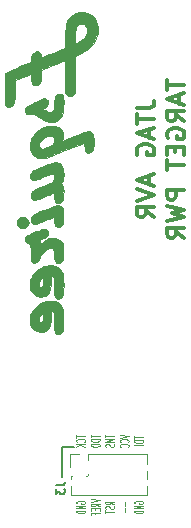
<source format=gbr>
G04 #@! TF.GenerationSoftware,KiCad,Pcbnew,(5.0.0)*
G04 #@! TF.CreationDate,2020-03-15T13:45:47-04:00*
G04 #@! TF.ProjectId,JTAG_TARGET_PWR,4A5441475F5441524745545F5057522E,rev?*
G04 #@! TF.SameCoordinates,Original*
G04 #@! TF.FileFunction,Legend,Bot*
G04 #@! TF.FilePolarity,Positive*
%FSLAX46Y46*%
G04 Gerber Fmt 4.6, Leading zero omitted, Abs format (unit mm)*
G04 Created by KiCad (PCBNEW (5.0.0)) date 03/15/20 13:45:47*
%MOMM*%
%LPD*%
G01*
G04 APERTURE LIST*
%ADD10C,0.100000*%
%ADD11C,0.200000*%
%ADD12C,0.300000*%
%ADD13C,0.120000*%
%ADD14C,0.010000*%
%ADD15C,0.150000*%
G04 APERTURE END LIST*
D10*
X149686556Y-132605240D02*
X149650841Y-132567144D01*
X149650841Y-132510002D01*
X149686556Y-132452859D01*
X149757984Y-132414763D01*
X149829413Y-132395716D01*
X149972270Y-132376668D01*
X150079413Y-132376668D01*
X150222270Y-132395716D01*
X150293698Y-132414763D01*
X150365127Y-132452859D01*
X150400841Y-132510002D01*
X150400841Y-132548097D01*
X150365127Y-132605240D01*
X150329413Y-132624287D01*
X150079413Y-132624287D01*
X150079413Y-132548097D01*
X150400841Y-132795716D02*
X149650841Y-132795716D01*
X150400841Y-133024287D01*
X149650841Y-133024287D01*
X150400841Y-133214763D02*
X149650841Y-133214763D01*
X149650841Y-133310002D01*
X149686556Y-133367144D01*
X149757984Y-133405240D01*
X149829413Y-133424287D01*
X149972270Y-133443335D01*
X150079413Y-133443335D01*
X150222270Y-133424287D01*
X150293698Y-133405240D01*
X150365127Y-133367144D01*
X150400841Y-133310002D01*
X150400841Y-133214763D01*
X150875841Y-132224287D02*
X151625841Y-132357621D01*
X150875841Y-132490954D01*
X151625841Y-132852859D02*
X151268698Y-132719525D01*
X151625841Y-132624287D02*
X150875841Y-132624287D01*
X150875841Y-132776668D01*
X150911556Y-132814763D01*
X150947270Y-132833811D01*
X151018698Y-132852859D01*
X151125841Y-132852859D01*
X151197270Y-132833811D01*
X151232984Y-132814763D01*
X151268698Y-132776668D01*
X151268698Y-132624287D01*
X151232984Y-133024287D02*
X151232984Y-133157621D01*
X151625841Y-133214763D02*
X151625841Y-133024287D01*
X150875841Y-133024287D01*
X150875841Y-133214763D01*
X151232984Y-133519525D02*
X151232984Y-133386192D01*
X151625841Y-133386192D02*
X150875841Y-133386192D01*
X150875841Y-133576668D01*
X152850841Y-132690954D02*
X152493698Y-132557621D01*
X152850841Y-132462382D02*
X152100841Y-132462382D01*
X152100841Y-132614763D01*
X152136556Y-132652859D01*
X152172270Y-132671906D01*
X152243698Y-132690954D01*
X152350841Y-132690954D01*
X152422270Y-132671906D01*
X152457984Y-132652859D01*
X152493698Y-132614763D01*
X152493698Y-132462382D01*
X152815127Y-132843335D02*
X152850841Y-132900478D01*
X152850841Y-132995716D01*
X152815127Y-133033811D01*
X152779413Y-133052859D01*
X152707984Y-133071906D01*
X152636556Y-133071906D01*
X152565127Y-133052859D01*
X152529413Y-133033811D01*
X152493698Y-132995716D01*
X152457984Y-132919525D01*
X152422270Y-132881430D01*
X152386556Y-132862382D01*
X152315127Y-132843335D01*
X152243698Y-132843335D01*
X152172270Y-132862382D01*
X152136556Y-132881430D01*
X152100841Y-132919525D01*
X152100841Y-133014763D01*
X152136556Y-133071906D01*
X152100841Y-133186192D02*
X152100841Y-133414763D01*
X152850841Y-133300478D02*
X152100841Y-133300478D01*
X153790127Y-132510002D02*
X153790127Y-132814763D01*
X153790127Y-133005240D02*
X153790127Y-133310002D01*
X154586556Y-132605240D02*
X154550841Y-132567144D01*
X154550841Y-132510002D01*
X154586556Y-132452859D01*
X154657984Y-132414763D01*
X154729413Y-132395716D01*
X154872270Y-132376668D01*
X154979413Y-132376668D01*
X155122270Y-132395716D01*
X155193698Y-132414763D01*
X155265127Y-132452859D01*
X155300841Y-132510002D01*
X155300841Y-132548097D01*
X155265127Y-132605240D01*
X155229413Y-132624287D01*
X154979413Y-132624287D01*
X154979413Y-132548097D01*
X155300841Y-132795716D02*
X154550841Y-132795716D01*
X155300841Y-133024287D01*
X154550841Y-133024287D01*
X155300841Y-133214763D02*
X154550841Y-133214763D01*
X154550841Y-133310002D01*
X154586556Y-133367144D01*
X154657984Y-133405240D01*
X154729413Y-133424287D01*
X154872270Y-133443335D01*
X154979413Y-133443335D01*
X155122270Y-133424287D01*
X155193698Y-133405240D01*
X155265127Y-133367144D01*
X155300841Y-133310002D01*
X155300841Y-133214763D01*
D11*
X148447556Y-127830002D02*
X149463556Y-127830002D01*
X148447556Y-130370002D02*
X148447556Y-127830002D01*
D10*
X149650841Y-126807716D02*
X149650841Y-127036287D01*
X150400841Y-126922002D02*
X149650841Y-126922002D01*
X150329413Y-127398192D02*
X150365127Y-127379144D01*
X150400841Y-127322002D01*
X150400841Y-127283906D01*
X150365127Y-127226763D01*
X150293698Y-127188668D01*
X150222270Y-127169621D01*
X150079413Y-127150573D01*
X149972270Y-127150573D01*
X149829413Y-127169621D01*
X149757984Y-127188668D01*
X149686556Y-127226763D01*
X149650841Y-127283906D01*
X149650841Y-127322002D01*
X149686556Y-127379144D01*
X149722270Y-127398192D01*
X150400841Y-127569621D02*
X149650841Y-127569621D01*
X150400841Y-127798192D02*
X149972270Y-127626763D01*
X149650841Y-127798192D02*
X150079413Y-127569621D01*
X150875841Y-126798192D02*
X150875841Y-127026763D01*
X151625841Y-126912478D02*
X150875841Y-126912478D01*
X151625841Y-127160097D02*
X150875841Y-127160097D01*
X150875841Y-127255335D01*
X150911556Y-127312478D01*
X150982984Y-127350573D01*
X151054413Y-127369621D01*
X151197270Y-127388668D01*
X151304413Y-127388668D01*
X151447270Y-127369621D01*
X151518698Y-127350573D01*
X151590127Y-127312478D01*
X151625841Y-127255335D01*
X151625841Y-127160097D01*
X150875841Y-127636287D02*
X150875841Y-127712478D01*
X150911556Y-127750573D01*
X150982984Y-127788668D01*
X151125841Y-127807716D01*
X151375841Y-127807716D01*
X151518698Y-127788668D01*
X151590127Y-127750573D01*
X151625841Y-127712478D01*
X151625841Y-127636287D01*
X151590127Y-127598192D01*
X151518698Y-127560097D01*
X151375841Y-127541049D01*
X151125841Y-127541049D01*
X150982984Y-127560097D01*
X150911556Y-127598192D01*
X150875841Y-127636287D01*
X152100841Y-126788668D02*
X152100841Y-127017240D01*
X152850841Y-126902954D02*
X152100841Y-126902954D01*
X152850841Y-127150573D02*
X152100841Y-127150573D01*
X152636556Y-127283906D01*
X152100841Y-127417240D01*
X152850841Y-127417240D01*
X152815127Y-127588668D02*
X152850841Y-127645811D01*
X152850841Y-127741049D01*
X152815127Y-127779144D01*
X152779413Y-127798192D01*
X152707984Y-127817240D01*
X152636556Y-127817240D01*
X152565127Y-127798192D01*
X152529413Y-127779144D01*
X152493698Y-127741049D01*
X152457984Y-127664859D01*
X152422270Y-127626763D01*
X152386556Y-127607716D01*
X152315127Y-127588668D01*
X152243698Y-127588668D01*
X152172270Y-127607716D01*
X152136556Y-127626763D01*
X152100841Y-127664859D01*
X152100841Y-127760097D01*
X152136556Y-127817240D01*
X153325841Y-126788668D02*
X154075841Y-126922002D01*
X153325841Y-127055335D01*
X154004413Y-127417240D02*
X154040127Y-127398192D01*
X154075841Y-127341049D01*
X154075841Y-127302954D01*
X154040127Y-127245811D01*
X153968698Y-127207716D01*
X153897270Y-127188668D01*
X153754413Y-127169621D01*
X153647270Y-127169621D01*
X153504413Y-127188668D01*
X153432984Y-127207716D01*
X153361556Y-127245811D01*
X153325841Y-127302954D01*
X153325841Y-127341049D01*
X153361556Y-127398192D01*
X153397270Y-127417240D01*
X154004413Y-127817240D02*
X154040127Y-127798192D01*
X154075841Y-127741049D01*
X154075841Y-127702954D01*
X154040127Y-127645811D01*
X153968698Y-127607716D01*
X153897270Y-127588668D01*
X153754413Y-127569621D01*
X153647270Y-127569621D01*
X153504413Y-127588668D01*
X153432984Y-127607716D01*
X153361556Y-127645811D01*
X153325841Y-127702954D01*
X153325841Y-127741049D01*
X153361556Y-127798192D01*
X153397270Y-127817240D01*
X154550841Y-126912478D02*
X154550841Y-127141049D01*
X155300841Y-127026763D02*
X154550841Y-127026763D01*
X155300841Y-127274382D02*
X154550841Y-127274382D01*
X154550841Y-127369621D01*
X154586556Y-127426763D01*
X154657984Y-127464859D01*
X154729413Y-127483906D01*
X154872270Y-127502954D01*
X154979413Y-127502954D01*
X155122270Y-127483906D01*
X155193698Y-127464859D01*
X155265127Y-127426763D01*
X155300841Y-127369621D01*
X155300841Y-127274382D01*
X155300841Y-127674382D02*
X154550841Y-127674382D01*
D12*
X154748571Y-99147857D02*
X155820000Y-99147857D01*
X156034285Y-99076428D01*
X156177142Y-98933571D01*
X156248571Y-98719285D01*
X156248571Y-98576428D01*
X154748571Y-99647857D02*
X154748571Y-100505000D01*
X156248571Y-100076428D02*
X154748571Y-100076428D01*
X155820000Y-100933571D02*
X155820000Y-101647857D01*
X156248571Y-100790714D02*
X154748571Y-101290714D01*
X156248571Y-101790714D01*
X154820000Y-103076428D02*
X154748571Y-102933571D01*
X154748571Y-102719285D01*
X154820000Y-102505000D01*
X154962857Y-102362142D01*
X155105714Y-102290714D01*
X155391428Y-102219285D01*
X155605714Y-102219285D01*
X155891428Y-102290714D01*
X156034285Y-102362142D01*
X156177142Y-102505000D01*
X156248571Y-102719285D01*
X156248571Y-102862142D01*
X156177142Y-103076428D01*
X156105714Y-103147857D01*
X155605714Y-103147857D01*
X155605714Y-102862142D01*
X155820000Y-104862142D02*
X155820000Y-105576428D01*
X156248571Y-104719285D02*
X154748571Y-105219285D01*
X156248571Y-105719285D01*
X154748571Y-106005000D02*
X156248571Y-106505000D01*
X154748571Y-107005000D01*
X156248571Y-108362142D02*
X155534285Y-107862142D01*
X156248571Y-107505000D02*
X154748571Y-107505000D01*
X154748571Y-108076428D01*
X154820000Y-108219285D01*
X154891428Y-108290714D01*
X155034285Y-108362142D01*
X155248571Y-108362142D01*
X155391428Y-108290714D01*
X155462857Y-108219285D01*
X155534285Y-108076428D01*
X155534285Y-107505000D01*
X157298571Y-96755000D02*
X157298571Y-97612142D01*
X158798571Y-97183571D02*
X157298571Y-97183571D01*
X158370000Y-98040714D02*
X158370000Y-98755000D01*
X158798571Y-97897857D02*
X157298571Y-98397857D01*
X158798571Y-98897857D01*
X158798571Y-100255000D02*
X158084285Y-99755000D01*
X158798571Y-99397857D02*
X157298571Y-99397857D01*
X157298571Y-99969285D01*
X157370000Y-100112142D01*
X157441428Y-100183571D01*
X157584285Y-100255000D01*
X157798571Y-100255000D01*
X157941428Y-100183571D01*
X158012857Y-100112142D01*
X158084285Y-99969285D01*
X158084285Y-99397857D01*
X157370000Y-101683571D02*
X157298571Y-101540714D01*
X157298571Y-101326428D01*
X157370000Y-101112142D01*
X157512857Y-100969285D01*
X157655714Y-100897857D01*
X157941428Y-100826428D01*
X158155714Y-100826428D01*
X158441428Y-100897857D01*
X158584285Y-100969285D01*
X158727142Y-101112142D01*
X158798571Y-101326428D01*
X158798571Y-101469285D01*
X158727142Y-101683571D01*
X158655714Y-101755000D01*
X158155714Y-101755000D01*
X158155714Y-101469285D01*
X158012857Y-102397857D02*
X158012857Y-102897857D01*
X158798571Y-103112142D02*
X158798571Y-102397857D01*
X157298571Y-102397857D01*
X157298571Y-103112142D01*
X157298571Y-103540714D02*
X157298571Y-104397857D01*
X158798571Y-103969285D02*
X157298571Y-103969285D01*
X158798571Y-106040714D02*
X157298571Y-106040714D01*
X157298571Y-106612142D01*
X157370000Y-106755000D01*
X157441428Y-106826428D01*
X157584285Y-106897857D01*
X157798571Y-106897857D01*
X157941428Y-106826428D01*
X158012857Y-106755000D01*
X158084285Y-106612142D01*
X158084285Y-106040714D01*
X157298571Y-107397857D02*
X158798571Y-107755000D01*
X157727142Y-108040714D01*
X158798571Y-108326428D01*
X157298571Y-108683571D01*
X158798571Y-110112142D02*
X158084285Y-109612142D01*
X158798571Y-109255000D02*
X157298571Y-109255000D01*
X157298571Y-109826428D01*
X157370000Y-109969285D01*
X157441428Y-110040714D01*
X157584285Y-110112142D01*
X157798571Y-110112142D01*
X157941428Y-110040714D01*
X158012857Y-109969285D01*
X158084285Y-109826428D01*
X158084285Y-109255000D01*
D13*
G04 #@! TO.C,J3*
X149100000Y-128410000D02*
X149100000Y-129540000D01*
X149860000Y-128410000D02*
X149100000Y-128410000D01*
X149165000Y-131117530D02*
X149165000Y-131940000D01*
X149165000Y-130300000D02*
X149165000Y-130502470D01*
X149296529Y-130300000D02*
X149165000Y-130300000D01*
X150566529Y-130300000D02*
X150423471Y-130300000D01*
X150620000Y-130103471D02*
X150620000Y-130246529D01*
X150620000Y-128410000D02*
X150620000Y-128976529D01*
X149165000Y-131940000D02*
X155635000Y-131940000D01*
X150620000Y-128410000D02*
X155635000Y-128410000D01*
X155635000Y-129847530D02*
X155635000Y-130502470D01*
X155635000Y-131117530D02*
X155635000Y-131940000D01*
X155635000Y-128410000D02*
X155635000Y-129232470D01*
D14*
G04 #@! TO.C,G\002A\002A\002A*
G36*
X144617605Y-109000496D02*
X144667097Y-109101306D01*
X144779086Y-109220321D01*
X144914740Y-109295306D01*
X145063036Y-109325597D01*
X145212949Y-109310528D01*
X145353458Y-109249434D01*
X145466998Y-109149581D01*
X145526696Y-109056247D01*
X145572828Y-108943927D01*
X145595329Y-108839085D01*
X145595861Y-108810777D01*
X145586256Y-108752731D01*
X145570549Y-108692000D01*
X145503280Y-108558483D01*
X145395966Y-108446967D01*
X145262863Y-108368113D01*
X145118232Y-108332585D01*
X145088589Y-108331619D01*
X144939264Y-108358844D01*
X144800019Y-108431975D01*
X144688932Y-108541045D01*
X144676503Y-108558846D01*
X144612884Y-108699606D01*
X144593154Y-108852411D01*
X144617605Y-109000496D01*
X144617605Y-109000496D01*
G37*
X144617605Y-109000496D02*
X144667097Y-109101306D01*
X144779086Y-109220321D01*
X144914740Y-109295306D01*
X145063036Y-109325597D01*
X145212949Y-109310528D01*
X145353458Y-109249434D01*
X145466998Y-109149581D01*
X145526696Y-109056247D01*
X145572828Y-108943927D01*
X145595329Y-108839085D01*
X145595861Y-108810777D01*
X145586256Y-108752731D01*
X145570549Y-108692000D01*
X145503280Y-108558483D01*
X145395966Y-108446967D01*
X145262863Y-108368113D01*
X145118232Y-108332585D01*
X145088589Y-108331619D01*
X144939264Y-108358844D01*
X144800019Y-108431975D01*
X144688932Y-108541045D01*
X144676503Y-108558846D01*
X144612884Y-108699606D01*
X144593154Y-108852411D01*
X144617605Y-109000496D01*
G36*
X145719236Y-117176321D02*
X145761004Y-117427000D01*
X145843463Y-117642433D01*
X145963884Y-117819889D01*
X146119540Y-117956639D01*
X146307704Y-118049951D01*
X146525648Y-118097097D01*
X146644432Y-118102508D01*
X146859863Y-118075793D01*
X147049486Y-118000150D01*
X147209260Y-117878073D01*
X147335145Y-117712053D01*
X147363136Y-117659331D01*
X147410967Y-117529897D01*
X147446930Y-117359450D01*
X147471508Y-117144109D01*
X147485183Y-116879996D01*
X147488568Y-116649500D01*
X147489560Y-116508013D01*
X147492781Y-116413572D01*
X147499763Y-116356783D01*
X147512038Y-116328253D01*
X147531138Y-116318587D01*
X147542651Y-116317889D01*
X147620065Y-116343878D01*
X147690311Y-116413471D01*
X147740156Y-116512600D01*
X147750976Y-116575849D01*
X147759765Y-116690135D01*
X147766299Y-116850083D01*
X147770356Y-117050314D01*
X147771713Y-117274600D01*
X147772979Y-117471706D01*
X147776449Y-117654326D01*
X147781769Y-117813149D01*
X147788586Y-117938866D01*
X147796548Y-118022168D01*
X147800907Y-118045216D01*
X147855200Y-118161445D01*
X147942220Y-118232597D01*
X148064202Y-118260112D01*
X148132013Y-118258567D01*
X148241790Y-118240730D01*
X148322527Y-118202003D01*
X148368322Y-118164070D01*
X148420516Y-118111907D01*
X148461323Y-118060114D01*
X148492223Y-118001055D01*
X148514697Y-117927092D01*
X148530225Y-117830588D01*
X148540286Y-117703904D01*
X148546362Y-117539404D01*
X148549931Y-117329450D01*
X148551087Y-117221000D01*
X148551796Y-117019664D01*
X148550219Y-116825072D01*
X148546617Y-116648404D01*
X148541254Y-116500838D01*
X148534392Y-116393553D01*
X148530926Y-116361699D01*
X148473404Y-116112293D01*
X148374816Y-115900497D01*
X148237306Y-115727600D01*
X148063015Y-115594895D01*
X147854085Y-115503671D01*
X147612659Y-115455218D01*
X147340880Y-115450828D01*
X147075538Y-115484962D01*
X146828239Y-115550148D01*
X146812000Y-115557434D01*
X146812000Y-116481679D01*
X146811584Y-116801950D01*
X146807843Y-116967705D01*
X146797586Y-117095765D01*
X146781552Y-117178079D01*
X146775662Y-117192777D01*
X146717468Y-117256103D01*
X146639288Y-117275547D01*
X146557254Y-117250603D01*
X146502045Y-117201378D01*
X146454398Y-117098419D01*
X146448290Y-116974568D01*
X146479649Y-116842187D01*
X146544405Y-116713639D01*
X146638489Y-116601286D01*
X146720278Y-116538486D01*
X146812000Y-116481679D01*
X146812000Y-115557434D01*
X146605099Y-115650273D01*
X146393874Y-115792120D01*
X146188268Y-115976510D01*
X145992337Y-116200062D01*
X145850247Y-116427916D01*
X145759439Y-116666617D01*
X145717353Y-116922711D01*
X145719236Y-117176321D01*
X145719236Y-117176321D01*
G37*
X145719236Y-117176321D02*
X145761004Y-117427000D01*
X145843463Y-117642433D01*
X145963884Y-117819889D01*
X146119540Y-117956639D01*
X146307704Y-118049951D01*
X146525648Y-118097097D01*
X146644432Y-118102508D01*
X146859863Y-118075793D01*
X147049486Y-118000150D01*
X147209260Y-117878073D01*
X147335145Y-117712053D01*
X147363136Y-117659331D01*
X147410967Y-117529897D01*
X147446930Y-117359450D01*
X147471508Y-117144109D01*
X147485183Y-116879996D01*
X147488568Y-116649500D01*
X147489560Y-116508013D01*
X147492781Y-116413572D01*
X147499763Y-116356783D01*
X147512038Y-116328253D01*
X147531138Y-116318587D01*
X147542651Y-116317889D01*
X147620065Y-116343878D01*
X147690311Y-116413471D01*
X147740156Y-116512600D01*
X147750976Y-116575849D01*
X147759765Y-116690135D01*
X147766299Y-116850083D01*
X147770356Y-117050314D01*
X147771713Y-117274600D01*
X147772979Y-117471706D01*
X147776449Y-117654326D01*
X147781769Y-117813149D01*
X147788586Y-117938866D01*
X147796548Y-118022168D01*
X147800907Y-118045216D01*
X147855200Y-118161445D01*
X147942220Y-118232597D01*
X148064202Y-118260112D01*
X148132013Y-118258567D01*
X148241790Y-118240730D01*
X148322527Y-118202003D01*
X148368322Y-118164070D01*
X148420516Y-118111907D01*
X148461323Y-118060114D01*
X148492223Y-118001055D01*
X148514697Y-117927092D01*
X148530225Y-117830588D01*
X148540286Y-117703904D01*
X148546362Y-117539404D01*
X148549931Y-117329450D01*
X148551087Y-117221000D01*
X148551796Y-117019664D01*
X148550219Y-116825072D01*
X148546617Y-116648404D01*
X148541254Y-116500838D01*
X148534392Y-116393553D01*
X148530926Y-116361699D01*
X148473404Y-116112293D01*
X148374816Y-115900497D01*
X148237306Y-115727600D01*
X148063015Y-115594895D01*
X147854085Y-115503671D01*
X147612659Y-115455218D01*
X147340880Y-115450828D01*
X147075538Y-115484962D01*
X146828239Y-115550148D01*
X146812000Y-115557434D01*
X146812000Y-116481679D01*
X146811584Y-116801950D01*
X146807843Y-116967705D01*
X146797586Y-117095765D01*
X146781552Y-117178079D01*
X146775662Y-117192777D01*
X146717468Y-117256103D01*
X146639288Y-117275547D01*
X146557254Y-117250603D01*
X146502045Y-117201378D01*
X146454398Y-117098419D01*
X146448290Y-116974568D01*
X146479649Y-116842187D01*
X146544405Y-116713639D01*
X146638489Y-116601286D01*
X146720278Y-116538486D01*
X146812000Y-116481679D01*
X146812000Y-115557434D01*
X146605099Y-115650273D01*
X146393874Y-115792120D01*
X146188268Y-115976510D01*
X145992337Y-116200062D01*
X145850247Y-116427916D01*
X145759439Y-116666617D01*
X145717353Y-116922711D01*
X145719236Y-117176321D01*
G36*
X145719236Y-114184765D02*
X145761004Y-114435444D01*
X145843463Y-114650877D01*
X145963884Y-114828334D01*
X146119540Y-114965083D01*
X146307704Y-115058396D01*
X146525648Y-115105542D01*
X146644432Y-115110952D01*
X146859863Y-115084237D01*
X147049486Y-115008595D01*
X147209260Y-114886518D01*
X147335145Y-114720497D01*
X147363136Y-114667775D01*
X147410967Y-114538342D01*
X147446930Y-114367894D01*
X147471508Y-114152554D01*
X147485183Y-113888440D01*
X147488568Y-113657944D01*
X147489560Y-113516457D01*
X147492781Y-113422016D01*
X147499763Y-113365227D01*
X147512038Y-113336697D01*
X147531138Y-113327031D01*
X147542651Y-113326333D01*
X147620065Y-113352323D01*
X147690311Y-113421915D01*
X147740156Y-113521044D01*
X147750976Y-113584293D01*
X147759765Y-113698580D01*
X147766299Y-113858527D01*
X147770356Y-114058758D01*
X147771713Y-114283044D01*
X147772979Y-114480151D01*
X147776449Y-114662770D01*
X147781769Y-114821593D01*
X147788586Y-114947310D01*
X147796548Y-115030612D01*
X147800907Y-115053660D01*
X147858911Y-115169580D01*
X147953542Y-115244630D01*
X148077867Y-115273509D01*
X148088596Y-115273666D01*
X148242497Y-115249375D01*
X148366979Y-115177548D01*
X148460451Y-115059755D01*
X148521326Y-114897567D01*
X148534199Y-114833297D01*
X148543747Y-114740922D01*
X148550750Y-114603918D01*
X148555244Y-114434041D01*
X148557263Y-114243047D01*
X148556844Y-114042692D01*
X148554022Y-113844732D01*
X148548831Y-113660924D01*
X148541307Y-113503024D01*
X148531486Y-113382788D01*
X148529809Y-113368666D01*
X148474659Y-113125107D01*
X148376665Y-112916285D01*
X148238861Y-112744058D01*
X148064282Y-112610283D01*
X147855962Y-112516819D01*
X147616935Y-112465522D01*
X147350237Y-112458250D01*
X147094222Y-112489901D01*
X146847340Y-112552556D01*
X146812000Y-112567573D01*
X146812000Y-113490123D01*
X146811584Y-113810395D01*
X146807843Y-113976149D01*
X146797586Y-114104209D01*
X146781552Y-114186524D01*
X146775662Y-114201222D01*
X146717468Y-114264547D01*
X146639288Y-114283992D01*
X146557254Y-114259048D01*
X146502045Y-114209822D01*
X146454398Y-114106864D01*
X146448290Y-113983013D01*
X146479649Y-113850632D01*
X146544405Y-113722083D01*
X146638489Y-113609730D01*
X146720278Y-113546930D01*
X146812000Y-113490123D01*
X146812000Y-112567573D01*
X146628943Y-112645364D01*
X146425083Y-112775949D01*
X146221811Y-112951933D01*
X146188268Y-112984954D01*
X145992337Y-113208507D01*
X145850247Y-113436360D01*
X145759439Y-113675061D01*
X145717353Y-113931156D01*
X145719236Y-114184765D01*
X145719236Y-114184765D01*
G37*
X145719236Y-114184765D02*
X145761004Y-114435444D01*
X145843463Y-114650877D01*
X145963884Y-114828334D01*
X146119540Y-114965083D01*
X146307704Y-115058396D01*
X146525648Y-115105542D01*
X146644432Y-115110952D01*
X146859863Y-115084237D01*
X147049486Y-115008595D01*
X147209260Y-114886518D01*
X147335145Y-114720497D01*
X147363136Y-114667775D01*
X147410967Y-114538342D01*
X147446930Y-114367894D01*
X147471508Y-114152554D01*
X147485183Y-113888440D01*
X147488568Y-113657944D01*
X147489560Y-113516457D01*
X147492781Y-113422016D01*
X147499763Y-113365227D01*
X147512038Y-113336697D01*
X147531138Y-113327031D01*
X147542651Y-113326333D01*
X147620065Y-113352323D01*
X147690311Y-113421915D01*
X147740156Y-113521044D01*
X147750976Y-113584293D01*
X147759765Y-113698580D01*
X147766299Y-113858527D01*
X147770356Y-114058758D01*
X147771713Y-114283044D01*
X147772979Y-114480151D01*
X147776449Y-114662770D01*
X147781769Y-114821593D01*
X147788586Y-114947310D01*
X147796548Y-115030612D01*
X147800907Y-115053660D01*
X147858911Y-115169580D01*
X147953542Y-115244630D01*
X148077867Y-115273509D01*
X148088596Y-115273666D01*
X148242497Y-115249375D01*
X148366979Y-115177548D01*
X148460451Y-115059755D01*
X148521326Y-114897567D01*
X148534199Y-114833297D01*
X148543747Y-114740922D01*
X148550750Y-114603918D01*
X148555244Y-114434041D01*
X148557263Y-114243047D01*
X148556844Y-114042692D01*
X148554022Y-113844732D01*
X148548831Y-113660924D01*
X148541307Y-113503024D01*
X148531486Y-113382788D01*
X148529809Y-113368666D01*
X148474659Y-113125107D01*
X148376665Y-112916285D01*
X148238861Y-112744058D01*
X148064282Y-112610283D01*
X147855962Y-112516819D01*
X147616935Y-112465522D01*
X147350237Y-112458250D01*
X147094222Y-112489901D01*
X146847340Y-112552556D01*
X146812000Y-112567573D01*
X146812000Y-113490123D01*
X146811584Y-113810395D01*
X146807843Y-113976149D01*
X146797586Y-114104209D01*
X146781552Y-114186524D01*
X146775662Y-114201222D01*
X146717468Y-114264547D01*
X146639288Y-114283992D01*
X146557254Y-114259048D01*
X146502045Y-114209822D01*
X146454398Y-114106864D01*
X146448290Y-113983013D01*
X146479649Y-113850632D01*
X146544405Y-113722083D01*
X146638489Y-113609730D01*
X146720278Y-113546930D01*
X146812000Y-113490123D01*
X146812000Y-112567573D01*
X146628943Y-112645364D01*
X146425083Y-112775949D01*
X146221811Y-112951933D01*
X146188268Y-112984954D01*
X145992337Y-113208507D01*
X145850247Y-113436360D01*
X145759439Y-113675061D01*
X145717353Y-113931156D01*
X145719236Y-114184765D01*
G36*
X145283759Y-110397362D02*
X145356366Y-110494916D01*
X145478593Y-110566796D01*
X145546371Y-110590003D01*
X145656520Y-110632238D01*
X145719924Y-110683646D01*
X145731861Y-110702892D01*
X145745499Y-110753484D01*
X145755668Y-110846677D01*
X145762565Y-110986123D01*
X145766388Y-111175470D01*
X145767362Y-111358739D01*
X145768698Y-111584063D01*
X145773211Y-111760305D01*
X145782195Y-111894798D01*
X145796943Y-111994873D01*
X145818748Y-112067863D01*
X145848904Y-112121098D01*
X145888705Y-112161912D01*
X145912187Y-112179645D01*
X146004310Y-112215735D01*
X146121902Y-112224060D01*
X146241592Y-112205147D01*
X146323796Y-112170364D01*
X146425594Y-112076883D01*
X146495970Y-111938880D01*
X146533011Y-111776974D01*
X146551129Y-111685134D01*
X146582806Y-111612761D01*
X146639524Y-111538471D01*
X146690190Y-111484246D01*
X146807432Y-111372632D01*
X146939696Y-111261807D01*
X147072542Y-111162737D01*
X147191534Y-111086386D01*
X147258881Y-111052320D01*
X147355259Y-111024765D01*
X147459302Y-111012188D01*
X147466413Y-111012111D01*
X147569017Y-111020756D01*
X147646652Y-111050871D01*
X147702469Y-111108728D01*
X147739624Y-111200598D01*
X147761269Y-111332751D01*
X147770559Y-111511458D01*
X147771555Y-111618889D01*
X147777292Y-111831913D01*
X147796351Y-111994986D01*
X147831507Y-112113607D01*
X147885535Y-112193274D01*
X147961207Y-112239486D01*
X148061299Y-112257741D01*
X148094298Y-112258592D01*
X148243240Y-112236852D01*
X148361879Y-112169383D01*
X148455476Y-112052811D01*
X148476616Y-112013526D01*
X148502480Y-111958145D01*
X148521249Y-111904811D01*
X148534203Y-111843038D01*
X148542623Y-111762343D01*
X148547792Y-111652240D01*
X148550991Y-111502244D01*
X148552445Y-111393111D01*
X148553011Y-111223420D01*
X148550857Y-111063654D01*
X148546353Y-110926568D01*
X148539868Y-110824919D01*
X148534801Y-110784088D01*
X148472341Y-110583391D01*
X148365843Y-110415383D01*
X148219200Y-110282943D01*
X148036307Y-110188951D01*
X147821057Y-110136288D01*
X147644555Y-110125605D01*
X147483673Y-110135332D01*
X147339214Y-110164950D01*
X147198066Y-110219730D01*
X147047115Y-110304946D01*
X146873247Y-110425868D01*
X146844733Y-110447147D01*
X146740474Y-110524789D01*
X146653626Y-110588147D01*
X146593499Y-110630516D01*
X146569566Y-110645222D01*
X146563688Y-110619466D01*
X146559523Y-110552054D01*
X146558000Y-110460892D01*
X146560782Y-110357131D01*
X146571234Y-110296794D01*
X146592508Y-110267041D01*
X146607389Y-110259887D01*
X146654126Y-110240754D01*
X146737081Y-110203781D01*
X146841593Y-110155562D01*
X146889807Y-110132872D01*
X147053778Y-110043942D01*
X147166574Y-109953984D01*
X147233208Y-109856599D01*
X147258695Y-109745388D01*
X147255907Y-109665572D01*
X147235777Y-109568282D01*
X147192047Y-109493563D01*
X147136139Y-109436381D01*
X147065913Y-109378187D01*
X147008046Y-109352902D01*
X146937330Y-109351313D01*
X146910718Y-109353980D01*
X146847418Y-109368956D01*
X146741892Y-109402600D01*
X146603724Y-109451172D01*
X146442492Y-109510932D01*
X146267780Y-109578140D01*
X146089168Y-109649055D01*
X145916238Y-109719938D01*
X145758570Y-109787049D01*
X145625746Y-109846648D01*
X145534753Y-109891092D01*
X145392958Y-109984877D01*
X145303487Y-110092694D01*
X145263007Y-110219171D01*
X145259778Y-110273035D01*
X145283759Y-110397362D01*
X145283759Y-110397362D01*
G37*
X145283759Y-110397362D02*
X145356366Y-110494916D01*
X145478593Y-110566796D01*
X145546371Y-110590003D01*
X145656520Y-110632238D01*
X145719924Y-110683646D01*
X145731861Y-110702892D01*
X145745499Y-110753484D01*
X145755668Y-110846677D01*
X145762565Y-110986123D01*
X145766388Y-111175470D01*
X145767362Y-111358739D01*
X145768698Y-111584063D01*
X145773211Y-111760305D01*
X145782195Y-111894798D01*
X145796943Y-111994873D01*
X145818748Y-112067863D01*
X145848904Y-112121098D01*
X145888705Y-112161912D01*
X145912187Y-112179645D01*
X146004310Y-112215735D01*
X146121902Y-112224060D01*
X146241592Y-112205147D01*
X146323796Y-112170364D01*
X146425594Y-112076883D01*
X146495970Y-111938880D01*
X146533011Y-111776974D01*
X146551129Y-111685134D01*
X146582806Y-111612761D01*
X146639524Y-111538471D01*
X146690190Y-111484246D01*
X146807432Y-111372632D01*
X146939696Y-111261807D01*
X147072542Y-111162737D01*
X147191534Y-111086386D01*
X147258881Y-111052320D01*
X147355259Y-111024765D01*
X147459302Y-111012188D01*
X147466413Y-111012111D01*
X147569017Y-111020756D01*
X147646652Y-111050871D01*
X147702469Y-111108728D01*
X147739624Y-111200598D01*
X147761269Y-111332751D01*
X147770559Y-111511458D01*
X147771555Y-111618889D01*
X147777292Y-111831913D01*
X147796351Y-111994986D01*
X147831507Y-112113607D01*
X147885535Y-112193274D01*
X147961207Y-112239486D01*
X148061299Y-112257741D01*
X148094298Y-112258592D01*
X148243240Y-112236852D01*
X148361879Y-112169383D01*
X148455476Y-112052811D01*
X148476616Y-112013526D01*
X148502480Y-111958145D01*
X148521249Y-111904811D01*
X148534203Y-111843038D01*
X148542623Y-111762343D01*
X148547792Y-111652240D01*
X148550991Y-111502244D01*
X148552445Y-111393111D01*
X148553011Y-111223420D01*
X148550857Y-111063654D01*
X148546353Y-110926568D01*
X148539868Y-110824919D01*
X148534801Y-110784088D01*
X148472341Y-110583391D01*
X148365843Y-110415383D01*
X148219200Y-110282943D01*
X148036307Y-110188951D01*
X147821057Y-110136288D01*
X147644555Y-110125605D01*
X147483673Y-110135332D01*
X147339214Y-110164950D01*
X147198066Y-110219730D01*
X147047115Y-110304946D01*
X146873247Y-110425868D01*
X146844733Y-110447147D01*
X146740474Y-110524789D01*
X146653626Y-110588147D01*
X146593499Y-110630516D01*
X146569566Y-110645222D01*
X146563688Y-110619466D01*
X146559523Y-110552054D01*
X146558000Y-110460892D01*
X146560782Y-110357131D01*
X146571234Y-110296794D01*
X146592508Y-110267041D01*
X146607389Y-110259887D01*
X146654126Y-110240754D01*
X146737081Y-110203781D01*
X146841593Y-110155562D01*
X146889807Y-110132872D01*
X147053778Y-110043942D01*
X147166574Y-109953984D01*
X147233208Y-109856599D01*
X147258695Y-109745388D01*
X147255907Y-109665572D01*
X147235777Y-109568282D01*
X147192047Y-109493563D01*
X147136139Y-109436381D01*
X147065913Y-109378187D01*
X147008046Y-109352902D01*
X146937330Y-109351313D01*
X146910718Y-109353980D01*
X146847418Y-109368956D01*
X146741892Y-109402600D01*
X146603724Y-109451172D01*
X146442492Y-109510932D01*
X146267780Y-109578140D01*
X146089168Y-109649055D01*
X145916238Y-109719938D01*
X145758570Y-109787049D01*
X145625746Y-109846648D01*
X145534753Y-109891092D01*
X145392958Y-109984877D01*
X145303487Y-110092694D01*
X145263007Y-110219171D01*
X145259778Y-110273035D01*
X145283759Y-110397362D01*
G36*
X145775908Y-108662735D02*
X145812114Y-108782513D01*
X145822817Y-108801921D01*
X145867102Y-108864893D01*
X145916780Y-108910988D01*
X145977280Y-108939493D01*
X146054030Y-108949697D01*
X146152460Y-108940887D01*
X146277998Y-108912352D01*
X146436073Y-108863380D01*
X146632114Y-108793258D01*
X146871550Y-108701276D01*
X147011220Y-108646075D01*
X147200745Y-108570978D01*
X147373050Y-108503223D01*
X147521205Y-108445493D01*
X147638282Y-108400471D01*
X147717351Y-108370841D01*
X147751483Y-108359285D01*
X147752053Y-108359222D01*
X147760264Y-108385443D01*
X147766769Y-108456117D01*
X147770734Y-108559257D01*
X147771555Y-108639607D01*
X147778973Y-108839712D01*
X147803238Y-108990395D01*
X147847370Y-109096956D01*
X147914387Y-109164697D01*
X148007309Y-109198919D01*
X148093975Y-109205783D01*
X148244083Y-109185927D01*
X148360762Y-109123312D01*
X148451821Y-109012990D01*
X148479323Y-108961702D01*
X148505116Y-108903626D01*
X148523536Y-108845392D01*
X148536011Y-108775718D01*
X148543971Y-108683320D01*
X148548842Y-108556917D01*
X148552022Y-108387444D01*
X148552733Y-108224267D01*
X148550415Y-108070374D01*
X148545487Y-107939539D01*
X148538365Y-107845539D01*
X148534804Y-107820261D01*
X148480791Y-107636686D01*
X148394920Y-107495420D01*
X148280419Y-107399180D01*
X148140517Y-107350682D01*
X147979022Y-107352547D01*
X147934127Y-107366033D01*
X147844582Y-107397978D01*
X147717942Y-107445379D01*
X147561759Y-107505231D01*
X147383589Y-107574529D01*
X147190985Y-107650269D01*
X146991501Y-107729447D01*
X146792691Y-107809057D01*
X146602110Y-107886096D01*
X146427311Y-107957558D01*
X146275848Y-108020440D01*
X146155276Y-108071737D01*
X146073148Y-108108444D01*
X146050000Y-108119790D01*
X145952483Y-108190082D01*
X145862526Y-108287065D01*
X145801333Y-108387488D01*
X145797795Y-108396337D01*
X145770605Y-108525418D01*
X145775908Y-108662735D01*
X145775908Y-108662735D01*
G37*
X145775908Y-108662735D02*
X145812114Y-108782513D01*
X145822817Y-108801921D01*
X145867102Y-108864893D01*
X145916780Y-108910988D01*
X145977280Y-108939493D01*
X146054030Y-108949697D01*
X146152460Y-108940887D01*
X146277998Y-108912352D01*
X146436073Y-108863380D01*
X146632114Y-108793258D01*
X146871550Y-108701276D01*
X147011220Y-108646075D01*
X147200745Y-108570978D01*
X147373050Y-108503223D01*
X147521205Y-108445493D01*
X147638282Y-108400471D01*
X147717351Y-108370841D01*
X147751483Y-108359285D01*
X147752053Y-108359222D01*
X147760264Y-108385443D01*
X147766769Y-108456117D01*
X147770734Y-108559257D01*
X147771555Y-108639607D01*
X147778973Y-108839712D01*
X147803238Y-108990395D01*
X147847370Y-109096956D01*
X147914387Y-109164697D01*
X148007309Y-109198919D01*
X148093975Y-109205783D01*
X148244083Y-109185927D01*
X148360762Y-109123312D01*
X148451821Y-109012990D01*
X148479323Y-108961702D01*
X148505116Y-108903626D01*
X148523536Y-108845392D01*
X148536011Y-108775718D01*
X148543971Y-108683320D01*
X148548842Y-108556917D01*
X148552022Y-108387444D01*
X148552733Y-108224267D01*
X148550415Y-108070374D01*
X148545487Y-107939539D01*
X148538365Y-107845539D01*
X148534804Y-107820261D01*
X148480791Y-107636686D01*
X148394920Y-107495420D01*
X148280419Y-107399180D01*
X148140517Y-107350682D01*
X147979022Y-107352547D01*
X147934127Y-107366033D01*
X147844582Y-107397978D01*
X147717942Y-107445379D01*
X147561759Y-107505231D01*
X147383589Y-107574529D01*
X147190985Y-107650269D01*
X146991501Y-107729447D01*
X146792691Y-107809057D01*
X146602110Y-107886096D01*
X146427311Y-107957558D01*
X146275848Y-108020440D01*
X146155276Y-108071737D01*
X146073148Y-108108444D01*
X146050000Y-108119790D01*
X145952483Y-108190082D01*
X145862526Y-108287065D01*
X145801333Y-108387488D01*
X145797795Y-108396337D01*
X145770605Y-108525418D01*
X145775908Y-108662735D01*
G36*
X145737713Y-105018031D02*
X145796904Y-105123336D01*
X145896264Y-105201800D01*
X145923214Y-105214352D01*
X145977455Y-105232024D01*
X146036749Y-105238583D01*
X146108296Y-105232172D01*
X146199298Y-105210936D01*
X146316955Y-105173020D01*
X146468467Y-105116568D01*
X146661034Y-105039725D01*
X146763386Y-104997841D01*
X146995978Y-104902840D01*
X147182528Y-104828294D01*
X147328755Y-104772146D01*
X147440379Y-104732341D01*
X147523120Y-104706825D01*
X147582697Y-104693541D01*
X147619151Y-104690333D01*
X147692027Y-104714052D01*
X147740838Y-104778277D01*
X147765905Y-104872606D01*
X147767546Y-104986640D01*
X147746082Y-105109978D01*
X147701834Y-105232221D01*
X147635120Y-105342968D01*
X147597734Y-105386408D01*
X147554543Y-105422013D01*
X147486055Y-105463788D01*
X147386809Y-105514339D01*
X147251346Y-105576273D01*
X147074205Y-105652196D01*
X146849926Y-105744714D01*
X146831092Y-105752379D01*
X146582537Y-105854695D01*
X146381154Y-105940920D01*
X146221101Y-106014330D01*
X146096531Y-106078201D01*
X146001600Y-106135810D01*
X145930464Y-106190432D01*
X145877278Y-106245343D01*
X145836197Y-106303819D01*
X145830712Y-106313111D01*
X145778536Y-106451213D01*
X145772716Y-106593641D01*
X145811909Y-106725717D01*
X145876691Y-106815995D01*
X145926626Y-106860068D01*
X145979366Y-106890546D01*
X146040917Y-106906323D01*
X146117281Y-106906292D01*
X146214465Y-106889347D01*
X146338470Y-106854383D01*
X146495302Y-106800293D01*
X146690965Y-106725972D01*
X146931462Y-106630312D01*
X146970877Y-106614417D01*
X147160326Y-106537956D01*
X147334080Y-106467892D01*
X147484820Y-106407172D01*
X147605225Y-106358741D01*
X147687976Y-106325547D01*
X147725752Y-106310537D01*
X147725821Y-106310511D01*
X147746421Y-106308527D01*
X147759795Y-106327602D01*
X147767457Y-106376812D01*
X147770925Y-106465236D01*
X147771713Y-106585258D01*
X147777012Y-106788834D01*
X147794968Y-106942424D01*
X147829042Y-107051731D01*
X147882697Y-107122460D01*
X147959393Y-107160314D01*
X148062591Y-107170998D01*
X148125295Y-107167926D01*
X148234695Y-107151296D01*
X148313417Y-107116905D01*
X148368322Y-107072737D01*
X148430341Y-107006983D01*
X148476301Y-106936418D01*
X148508951Y-106850904D01*
X148531041Y-106740303D01*
X148545321Y-106594477D01*
X148554540Y-106403288D01*
X148555210Y-106383666D01*
X148559230Y-106147594D01*
X148553010Y-105960568D01*
X148535416Y-105815930D01*
X148505317Y-105707023D01*
X148461580Y-105627188D01*
X148418873Y-105582155D01*
X148365557Y-105533143D01*
X148337341Y-105499113D01*
X148336000Y-105494833D01*
X148352215Y-105464308D01*
X148393377Y-105406765D01*
X148420164Y-105372515D01*
X148492841Y-105247583D01*
X148533053Y-105116318D01*
X148547671Y-104998136D01*
X148555887Y-104844748D01*
X148557719Y-104675921D01*
X148553181Y-104511426D01*
X148542289Y-104371030D01*
X148532387Y-104304923D01*
X148468267Y-104110633D01*
X148361495Y-103947448D01*
X148217199Y-103821927D01*
X148110451Y-103765603D01*
X148011144Y-103740196D01*
X147874491Y-103734004D01*
X147800007Y-103737076D01*
X147731808Y-103742755D01*
X147664769Y-103752880D01*
X147591294Y-103769963D01*
X147503785Y-103796520D01*
X147394647Y-103835062D01*
X147256282Y-103888105D01*
X147081094Y-103958162D01*
X146862999Y-104047126D01*
X146665936Y-104128738D01*
X146479608Y-104207438D01*
X146312352Y-104279585D01*
X146172505Y-104341540D01*
X146068403Y-104389661D01*
X146008644Y-104420157D01*
X145882267Y-104517695D01*
X145790966Y-104635717D01*
X145735762Y-104764756D01*
X145717671Y-104895349D01*
X145737713Y-105018031D01*
X145737713Y-105018031D01*
G37*
X145737713Y-105018031D02*
X145796904Y-105123336D01*
X145896264Y-105201800D01*
X145923214Y-105214352D01*
X145977455Y-105232024D01*
X146036749Y-105238583D01*
X146108296Y-105232172D01*
X146199298Y-105210936D01*
X146316955Y-105173020D01*
X146468467Y-105116568D01*
X146661034Y-105039725D01*
X146763386Y-104997841D01*
X146995978Y-104902840D01*
X147182528Y-104828294D01*
X147328755Y-104772146D01*
X147440379Y-104732341D01*
X147523120Y-104706825D01*
X147582697Y-104693541D01*
X147619151Y-104690333D01*
X147692027Y-104714052D01*
X147740838Y-104778277D01*
X147765905Y-104872606D01*
X147767546Y-104986640D01*
X147746082Y-105109978D01*
X147701834Y-105232221D01*
X147635120Y-105342968D01*
X147597734Y-105386408D01*
X147554543Y-105422013D01*
X147486055Y-105463788D01*
X147386809Y-105514339D01*
X147251346Y-105576273D01*
X147074205Y-105652196D01*
X146849926Y-105744714D01*
X146831092Y-105752379D01*
X146582537Y-105854695D01*
X146381154Y-105940920D01*
X146221101Y-106014330D01*
X146096531Y-106078201D01*
X146001600Y-106135810D01*
X145930464Y-106190432D01*
X145877278Y-106245343D01*
X145836197Y-106303819D01*
X145830712Y-106313111D01*
X145778536Y-106451213D01*
X145772716Y-106593641D01*
X145811909Y-106725717D01*
X145876691Y-106815995D01*
X145926626Y-106860068D01*
X145979366Y-106890546D01*
X146040917Y-106906323D01*
X146117281Y-106906292D01*
X146214465Y-106889347D01*
X146338470Y-106854383D01*
X146495302Y-106800293D01*
X146690965Y-106725972D01*
X146931462Y-106630312D01*
X146970877Y-106614417D01*
X147160326Y-106537956D01*
X147334080Y-106467892D01*
X147484820Y-106407172D01*
X147605225Y-106358741D01*
X147687976Y-106325547D01*
X147725752Y-106310537D01*
X147725821Y-106310511D01*
X147746421Y-106308527D01*
X147759795Y-106327602D01*
X147767457Y-106376812D01*
X147770925Y-106465236D01*
X147771713Y-106585258D01*
X147777012Y-106788834D01*
X147794968Y-106942424D01*
X147829042Y-107051731D01*
X147882697Y-107122460D01*
X147959393Y-107160314D01*
X148062591Y-107170998D01*
X148125295Y-107167926D01*
X148234695Y-107151296D01*
X148313417Y-107116905D01*
X148368322Y-107072737D01*
X148430341Y-107006983D01*
X148476301Y-106936418D01*
X148508951Y-106850904D01*
X148531041Y-106740303D01*
X148545321Y-106594477D01*
X148554540Y-106403288D01*
X148555210Y-106383666D01*
X148559230Y-106147594D01*
X148553010Y-105960568D01*
X148535416Y-105815930D01*
X148505317Y-105707023D01*
X148461580Y-105627188D01*
X148418873Y-105582155D01*
X148365557Y-105533143D01*
X148337341Y-105499113D01*
X148336000Y-105494833D01*
X148352215Y-105464308D01*
X148393377Y-105406765D01*
X148420164Y-105372515D01*
X148492841Y-105247583D01*
X148533053Y-105116318D01*
X148547671Y-104998136D01*
X148555887Y-104844748D01*
X148557719Y-104675921D01*
X148553181Y-104511426D01*
X148542289Y-104371030D01*
X148532387Y-104304923D01*
X148468267Y-104110633D01*
X148361495Y-103947448D01*
X148217199Y-103821927D01*
X148110451Y-103765603D01*
X148011144Y-103740196D01*
X147874491Y-103734004D01*
X147800007Y-103737076D01*
X147731808Y-103742755D01*
X147664769Y-103752880D01*
X147591294Y-103769963D01*
X147503785Y-103796520D01*
X147394647Y-103835062D01*
X147256282Y-103888105D01*
X147081094Y-103958162D01*
X146862999Y-104047126D01*
X146665936Y-104128738D01*
X146479608Y-104207438D01*
X146312352Y-104279585D01*
X146172505Y-104341540D01*
X146068403Y-104389661D01*
X146008644Y-104420157D01*
X145882267Y-104517695D01*
X145790966Y-104635717D01*
X145735762Y-104764756D01*
X145717671Y-104895349D01*
X145737713Y-105018031D01*
G36*
X145305000Y-99491758D02*
X145367547Y-99582220D01*
X145395141Y-99604277D01*
X145444241Y-99627666D01*
X145513433Y-99642512D01*
X145614635Y-99650370D01*
X145759764Y-99652798D01*
X145766567Y-99652804D01*
X145906159Y-99654859D01*
X146015757Y-99664296D01*
X146109219Y-99686237D01*
X146200404Y-99725809D01*
X146303171Y-99788135D01*
X146431379Y-99878341D01*
X146487444Y-99919373D01*
X146693415Y-100056433D01*
X146905464Y-100171561D01*
X147109986Y-100258311D01*
X147293378Y-100310238D01*
X147323415Y-100315438D01*
X147561113Y-100325489D01*
X147784540Y-100283964D01*
X147988676Y-100194967D01*
X148168501Y-100062604D01*
X148318996Y-99890979D01*
X148435139Y-99684196D01*
X148511911Y-99446361D01*
X148532766Y-99326564D01*
X148543014Y-99216000D01*
X148550522Y-99071579D01*
X148555271Y-98905762D01*
X148557245Y-98731012D01*
X148556427Y-98559790D01*
X148552797Y-98404558D01*
X148546340Y-98277779D01*
X148537038Y-98191914D01*
X148534376Y-98178762D01*
X148484406Y-98046809D01*
X148407817Y-97963381D01*
X148321104Y-97929101D01*
X148160458Y-97923405D01*
X148021695Y-97968960D01*
X147908731Y-98063898D01*
X147849459Y-98154144D01*
X147825835Y-98206868D01*
X147808247Y-98267426D01*
X147795277Y-98346282D01*
X147785510Y-98453898D01*
X147777529Y-98600735D01*
X147772659Y-98721333D01*
X147762049Y-98934211D01*
X147746594Y-99098160D01*
X147724014Y-99220635D01*
X147692030Y-99309093D01*
X147648362Y-99370991D01*
X147590732Y-99413783D01*
X147555932Y-99430361D01*
X147460685Y-99460151D01*
X147365081Y-99465253D01*
X147256721Y-99443606D01*
X147123204Y-99393151D01*
X147007507Y-99339283D01*
X146741444Y-99209345D01*
X146916516Y-99126200D01*
X147081376Y-99026638D01*
X147196536Y-98910211D01*
X147260480Y-98780739D01*
X147271687Y-98642043D01*
X147228642Y-98497944D01*
X147191782Y-98433291D01*
X147105776Y-98350553D01*
X146989777Y-98308352D01*
X146857472Y-98311477D01*
X146848870Y-98313310D01*
X146791893Y-98332758D01*
X146692895Y-98373678D01*
X146560330Y-98432273D01*
X146402649Y-98504748D01*
X146228306Y-98587307D01*
X146098643Y-98650162D01*
X145872594Y-98762290D01*
X145692686Y-98855674D01*
X145553411Y-98934346D01*
X145449264Y-99002338D01*
X145374739Y-99063681D01*
X145324331Y-99122406D01*
X145292533Y-99182547D01*
X145273839Y-99248133D01*
X145272485Y-99255112D01*
X145270905Y-99375869D01*
X145305000Y-99491758D01*
X145305000Y-99491758D01*
G37*
X145305000Y-99491758D02*
X145367547Y-99582220D01*
X145395141Y-99604277D01*
X145444241Y-99627666D01*
X145513433Y-99642512D01*
X145614635Y-99650370D01*
X145759764Y-99652798D01*
X145766567Y-99652804D01*
X145906159Y-99654859D01*
X146015757Y-99664296D01*
X146109219Y-99686237D01*
X146200404Y-99725809D01*
X146303171Y-99788135D01*
X146431379Y-99878341D01*
X146487444Y-99919373D01*
X146693415Y-100056433D01*
X146905464Y-100171561D01*
X147109986Y-100258311D01*
X147293378Y-100310238D01*
X147323415Y-100315438D01*
X147561113Y-100325489D01*
X147784540Y-100283964D01*
X147988676Y-100194967D01*
X148168501Y-100062604D01*
X148318996Y-99890979D01*
X148435139Y-99684196D01*
X148511911Y-99446361D01*
X148532766Y-99326564D01*
X148543014Y-99216000D01*
X148550522Y-99071579D01*
X148555271Y-98905762D01*
X148557245Y-98731012D01*
X148556427Y-98559790D01*
X148552797Y-98404558D01*
X148546340Y-98277779D01*
X148537038Y-98191914D01*
X148534376Y-98178762D01*
X148484406Y-98046809D01*
X148407817Y-97963381D01*
X148321104Y-97929101D01*
X148160458Y-97923405D01*
X148021695Y-97968960D01*
X147908731Y-98063898D01*
X147849459Y-98154144D01*
X147825835Y-98206868D01*
X147808247Y-98267426D01*
X147795277Y-98346282D01*
X147785510Y-98453898D01*
X147777529Y-98600735D01*
X147772659Y-98721333D01*
X147762049Y-98934211D01*
X147746594Y-99098160D01*
X147724014Y-99220635D01*
X147692030Y-99309093D01*
X147648362Y-99370991D01*
X147590732Y-99413783D01*
X147555932Y-99430361D01*
X147460685Y-99460151D01*
X147365081Y-99465253D01*
X147256721Y-99443606D01*
X147123204Y-99393151D01*
X147007507Y-99339283D01*
X146741444Y-99209345D01*
X146916516Y-99126200D01*
X147081376Y-99026638D01*
X147196536Y-98910211D01*
X147260480Y-98780739D01*
X147271687Y-98642043D01*
X147228642Y-98497944D01*
X147191782Y-98433291D01*
X147105776Y-98350553D01*
X146989777Y-98308352D01*
X146857472Y-98311477D01*
X146848870Y-98313310D01*
X146791893Y-98332758D01*
X146692895Y-98373678D01*
X146560330Y-98432273D01*
X146402649Y-98504748D01*
X146228306Y-98587307D01*
X146098643Y-98650162D01*
X145872594Y-98762290D01*
X145692686Y-98855674D01*
X145553411Y-98934346D01*
X145449264Y-99002338D01*
X145374739Y-99063681D01*
X145324331Y-99122406D01*
X145292533Y-99182547D01*
X145273839Y-99248133D01*
X145272485Y-99255112D01*
X145270905Y-99375869D01*
X145305000Y-99491758D01*
G36*
X145720293Y-102429291D02*
X145743851Y-102585058D01*
X145800945Y-102762490D01*
X145895514Y-102940722D01*
X146015082Y-103099507D01*
X146123692Y-103201504D01*
X146265412Y-103295280D01*
X146407944Y-103354656D01*
X146567802Y-103384208D01*
X146761498Y-103388514D01*
X146793883Y-103387292D01*
X147052145Y-103375997D01*
X148674795Y-102723369D01*
X150297444Y-102070742D01*
X150316519Y-102188149D01*
X150327254Y-102281877D01*
X150335077Y-102401454D01*
X150337730Y-102489000D01*
X150353710Y-102661303D01*
X150398147Y-102787244D01*
X150472648Y-102870111D01*
X150540333Y-102903220D01*
X150683284Y-102922931D01*
X150817434Y-102889929D01*
X150935503Y-102807924D01*
X151030209Y-102680628D01*
X151048436Y-102644222D01*
X151067115Y-102596835D01*
X151080814Y-102541370D01*
X151090266Y-102468678D01*
X151096207Y-102369609D01*
X151099370Y-102235016D01*
X151100490Y-102055750D01*
X151100538Y-101995111D01*
X151099870Y-101801458D01*
X151097370Y-101655031D01*
X151092297Y-101546623D01*
X151083908Y-101467024D01*
X151071462Y-101407027D01*
X151054216Y-101357424D01*
X151048002Y-101343208D01*
X150964610Y-101214013D01*
X150852032Y-101132497D01*
X150707345Y-101096847D01*
X150647054Y-101094890D01*
X150599785Y-101097895D01*
X150544790Y-101106966D01*
X150476560Y-101124032D01*
X150389586Y-101151023D01*
X150278360Y-101189866D01*
X150137374Y-101242491D01*
X149961118Y-101310828D01*
X149744084Y-101396804D01*
X149480765Y-101502349D01*
X149462577Y-101509667D01*
X149236352Y-101600422D01*
X149027015Y-101683864D01*
X148840217Y-101757782D01*
X148681612Y-101819961D01*
X148556852Y-101868190D01*
X148471592Y-101900255D01*
X148431483Y-101913943D01*
X148429131Y-101914205D01*
X148435587Y-101886573D01*
X148461008Y-101825043D01*
X148481419Y-101781287D01*
X148535545Y-101607795D01*
X148542940Y-101420786D01*
X148506654Y-101233347D01*
X148429738Y-101058566D01*
X148315241Y-100909529D01*
X148268330Y-100867076D01*
X148138009Y-100770386D01*
X148014269Y-100704696D01*
X147880928Y-100664864D01*
X147721806Y-100645747D01*
X147559889Y-100641923D01*
X147358343Y-100648728D01*
X147315244Y-100654269D01*
X147315244Y-101507660D01*
X147460787Y-101507801D01*
X147583925Y-101544047D01*
X147646095Y-101587335D01*
X147722403Y-101695963D01*
X147756789Y-101832232D01*
X147748331Y-101984984D01*
X147696106Y-102143063D01*
X147692671Y-102150205D01*
X147668590Y-102191824D01*
X147635541Y-102227411D01*
X147584278Y-102262557D01*
X147505555Y-102302856D01*
X147390127Y-102353899D01*
X147278574Y-102400660D01*
X147135999Y-102457688D01*
X147002835Y-102507144D01*
X146892216Y-102544408D01*
X146817274Y-102564859D01*
X146806640Y-102566676D01*
X146736037Y-102570030D01*
X146681160Y-102550659D01*
X146619119Y-102499056D01*
X146601121Y-102481321D01*
X146542073Y-102415967D01*
X146512432Y-102357193D01*
X146502345Y-102279820D01*
X146501555Y-102226900D01*
X146508371Y-102120356D01*
X146535143Y-102034222D01*
X146591356Y-101938360D01*
X146593278Y-101935493D01*
X146704350Y-101803554D01*
X146841849Y-101691571D01*
X146996008Y-101602775D01*
X147157062Y-101540395D01*
X147315244Y-101507660D01*
X147315244Y-100654269D01*
X147184763Y-100671045D01*
X147017969Y-100713605D01*
X146836777Y-100781137D01*
X146731670Y-100826867D01*
X146451553Y-100979336D01*
X146212913Y-101163935D01*
X146017990Y-101376677D01*
X145869026Y-101613571D01*
X145768261Y-101870631D01*
X145717936Y-102143867D01*
X145720293Y-102429291D01*
X145720293Y-102429291D01*
G37*
X145720293Y-102429291D02*
X145743851Y-102585058D01*
X145800945Y-102762490D01*
X145895514Y-102940722D01*
X146015082Y-103099507D01*
X146123692Y-103201504D01*
X146265412Y-103295280D01*
X146407944Y-103354656D01*
X146567802Y-103384208D01*
X146761498Y-103388514D01*
X146793883Y-103387292D01*
X147052145Y-103375997D01*
X148674795Y-102723369D01*
X150297444Y-102070742D01*
X150316519Y-102188149D01*
X150327254Y-102281877D01*
X150335077Y-102401454D01*
X150337730Y-102489000D01*
X150353710Y-102661303D01*
X150398147Y-102787244D01*
X150472648Y-102870111D01*
X150540333Y-102903220D01*
X150683284Y-102922931D01*
X150817434Y-102889929D01*
X150935503Y-102807924D01*
X151030209Y-102680628D01*
X151048436Y-102644222D01*
X151067115Y-102596835D01*
X151080814Y-102541370D01*
X151090266Y-102468678D01*
X151096207Y-102369609D01*
X151099370Y-102235016D01*
X151100490Y-102055750D01*
X151100538Y-101995111D01*
X151099870Y-101801458D01*
X151097370Y-101655031D01*
X151092297Y-101546623D01*
X151083908Y-101467024D01*
X151071462Y-101407027D01*
X151054216Y-101357424D01*
X151048002Y-101343208D01*
X150964610Y-101214013D01*
X150852032Y-101132497D01*
X150707345Y-101096847D01*
X150647054Y-101094890D01*
X150599785Y-101097895D01*
X150544790Y-101106966D01*
X150476560Y-101124032D01*
X150389586Y-101151023D01*
X150278360Y-101189866D01*
X150137374Y-101242491D01*
X149961118Y-101310828D01*
X149744084Y-101396804D01*
X149480765Y-101502349D01*
X149462577Y-101509667D01*
X149236352Y-101600422D01*
X149027015Y-101683864D01*
X148840217Y-101757782D01*
X148681612Y-101819961D01*
X148556852Y-101868190D01*
X148471592Y-101900255D01*
X148431483Y-101913943D01*
X148429131Y-101914205D01*
X148435587Y-101886573D01*
X148461008Y-101825043D01*
X148481419Y-101781287D01*
X148535545Y-101607795D01*
X148542940Y-101420786D01*
X148506654Y-101233347D01*
X148429738Y-101058566D01*
X148315241Y-100909529D01*
X148268330Y-100867076D01*
X148138009Y-100770386D01*
X148014269Y-100704696D01*
X147880928Y-100664864D01*
X147721806Y-100645747D01*
X147559889Y-100641923D01*
X147358343Y-100648728D01*
X147315244Y-100654269D01*
X147315244Y-101507660D01*
X147460787Y-101507801D01*
X147583925Y-101544047D01*
X147646095Y-101587335D01*
X147722403Y-101695963D01*
X147756789Y-101832232D01*
X147748331Y-101984984D01*
X147696106Y-102143063D01*
X147692671Y-102150205D01*
X147668590Y-102191824D01*
X147635541Y-102227411D01*
X147584278Y-102262557D01*
X147505555Y-102302856D01*
X147390127Y-102353899D01*
X147278574Y-102400660D01*
X147135999Y-102457688D01*
X147002835Y-102507144D01*
X146892216Y-102544408D01*
X146817274Y-102564859D01*
X146806640Y-102566676D01*
X146736037Y-102570030D01*
X146681160Y-102550659D01*
X146619119Y-102499056D01*
X146601121Y-102481321D01*
X146542073Y-102415967D01*
X146512432Y-102357193D01*
X146502345Y-102279820D01*
X146501555Y-102226900D01*
X146508371Y-102120356D01*
X146535143Y-102034222D01*
X146591356Y-101938360D01*
X146593278Y-101935493D01*
X146704350Y-101803554D01*
X146841849Y-101691571D01*
X146996008Y-101602775D01*
X147157062Y-101540395D01*
X147315244Y-101507660D01*
X147315244Y-100654269D01*
X147184763Y-100671045D01*
X147017969Y-100713605D01*
X146836777Y-100781137D01*
X146731670Y-100826867D01*
X146451553Y-100979336D01*
X146212913Y-101163935D01*
X146017990Y-101376677D01*
X145869026Y-101613571D01*
X145768261Y-101870631D01*
X145717936Y-102143867D01*
X145720293Y-102429291D01*
G36*
X143570404Y-98412325D02*
X143572553Y-98537572D01*
X143576165Y-98633700D01*
X143581430Y-98706172D01*
X143588538Y-98760453D01*
X143597679Y-98802007D01*
X143609043Y-98836300D01*
X143619617Y-98861622D01*
X143664140Y-98944358D01*
X143717065Y-98991655D01*
X143789815Y-99020279D01*
X143932726Y-99035342D01*
X144074975Y-99000937D01*
X144205173Y-98923014D01*
X144311927Y-98807520D01*
X144360063Y-98722501D01*
X144374544Y-98686204D01*
X144386082Y-98643711D01*
X144395011Y-98588525D01*
X144401667Y-98514150D01*
X144406382Y-98414088D01*
X144409492Y-98281842D01*
X144411330Y-98110917D01*
X144412232Y-97894814D01*
X144412491Y-97703658D01*
X144413111Y-96798871D01*
X145095771Y-96526003D01*
X145279437Y-96453283D01*
X145445430Y-96388884D01*
X145586717Y-96335428D01*
X145696266Y-96295537D01*
X145767042Y-96271831D01*
X145791880Y-96266583D01*
X145798154Y-96298297D01*
X145805670Y-96375335D01*
X145813543Y-96486618D01*
X145820887Y-96621067D01*
X145821830Y-96641274D01*
X145832979Y-96822644D01*
X145849726Y-96956108D01*
X145875553Y-97050163D01*
X145913939Y-97113309D01*
X145968364Y-97154044D01*
X146042309Y-97180865D01*
X146042869Y-97181014D01*
X146199863Y-97195654D01*
X146348434Y-97156789D01*
X146481753Y-97067338D01*
X146579220Y-96951847D01*
X146607671Y-96906699D01*
X146628485Y-96863620D01*
X146643194Y-96812652D01*
X146653331Y-96743838D01*
X146660430Y-96647220D01*
X146666025Y-96512841D01*
X146670889Y-96356526D01*
X146685000Y-95878319D01*
X147672778Y-95476635D01*
X147895106Y-95386741D01*
X148101058Y-95304462D01*
X148284790Y-95232056D01*
X148440458Y-95171783D01*
X148562218Y-95125904D01*
X148644227Y-95096677D01*
X148680639Y-95086363D01*
X148681722Y-95086530D01*
X148685904Y-95116191D01*
X148689817Y-95196848D01*
X148693376Y-95323056D01*
X148696500Y-95489365D01*
X148699105Y-95690330D01*
X148701109Y-95920502D01*
X148702429Y-96174435D01*
X148702983Y-96446681D01*
X148702994Y-96486387D01*
X148703118Y-96803171D01*
X148703556Y-97068448D01*
X148704486Y-97287155D01*
X148706085Y-97464230D01*
X148708532Y-97604610D01*
X148712003Y-97713233D01*
X148716678Y-97795036D01*
X148722732Y-97854956D01*
X148730346Y-97897931D01*
X148739695Y-97928898D01*
X148750958Y-97952795D01*
X148756101Y-97961582D01*
X148840237Y-98051835D01*
X148949184Y-98099695D01*
X149072821Y-98107108D01*
X149201028Y-98076016D01*
X149323683Y-98008365D01*
X149430666Y-97906098D01*
X149487497Y-97821088D01*
X149498139Y-97797204D01*
X149507226Y-97764366D01*
X149514938Y-97717921D01*
X149521457Y-97653218D01*
X149526963Y-97565605D01*
X149531638Y-97450431D01*
X149535661Y-97303043D01*
X149539213Y-97118791D01*
X149542476Y-96893022D01*
X149545630Y-96621085D01*
X149548855Y-96298328D01*
X149549555Y-96224031D01*
X149563667Y-94714506D01*
X150018020Y-94488364D01*
X150177036Y-94407192D01*
X150329391Y-94325753D01*
X150463232Y-94250651D01*
X150566706Y-94188489D01*
X150616406Y-94154966D01*
X150833722Y-93964139D01*
X151030048Y-93735280D01*
X151197812Y-93480533D01*
X151329444Y-93212043D01*
X151417371Y-92941955D01*
X151438595Y-92836275D01*
X151459431Y-92648503D01*
X151465402Y-92448627D01*
X151456879Y-92256784D01*
X151434236Y-92093114D01*
X151424035Y-92049852D01*
X151324798Y-91773372D01*
X151187704Y-91535046D01*
X151015928Y-91337464D01*
X150812646Y-91183220D01*
X150581033Y-91074904D01*
X150324265Y-91015111D01*
X150142222Y-91003485D01*
X150030018Y-91013009D01*
X150030018Y-91995748D01*
X150183027Y-92000973D01*
X150306042Y-92045407D01*
X150414396Y-92134621D01*
X150415514Y-92135818D01*
X150500411Y-92249069D01*
X150548079Y-92374088D01*
X150565072Y-92529311D01*
X150565382Y-92557325D01*
X150559790Y-92677814D01*
X150537990Y-92778361D01*
X150492839Y-92888108D01*
X150475736Y-92923061D01*
X150353533Y-93114083D01*
X150186279Y-93296049D01*
X149985338Y-93457993D01*
X149811841Y-93563722D01*
X149709992Y-93616647D01*
X149627606Y-93657639D01*
X149576880Y-93680713D01*
X149567373Y-93683666D01*
X149560142Y-93657105D01*
X149554853Y-93583990D01*
X149551426Y-93474176D01*
X149549778Y-93337519D01*
X149549828Y-93183872D01*
X149551493Y-93023091D01*
X149554692Y-92865030D01*
X149559342Y-92719544D01*
X149565362Y-92596488D01*
X149572671Y-92505717D01*
X149577442Y-92471879D01*
X149626648Y-92288322D01*
X149697870Y-92153578D01*
X149795758Y-92062755D01*
X149924965Y-92010958D01*
X150030018Y-91995748D01*
X150030018Y-91013009D01*
X149850226Y-91028271D01*
X149585153Y-91102034D01*
X149349446Y-91222894D01*
X149145546Y-91388970D01*
X148975895Y-91598382D01*
X148842935Y-91849248D01*
X148769485Y-92060889D01*
X148755273Y-92121801D01*
X148743481Y-92198032D01*
X148733717Y-92296078D01*
X148725593Y-92422438D01*
X148718719Y-92583610D01*
X148712705Y-92786092D01*
X148707162Y-93036382D01*
X148705375Y-93130310D01*
X148700332Y-93384951D01*
X148695367Y-93588717D01*
X148690123Y-93747176D01*
X148684246Y-93865897D01*
X148677381Y-93950449D01*
X148669174Y-94006398D01*
X148659270Y-94039314D01*
X148647314Y-94054765D01*
X148646444Y-94055305D01*
X148608613Y-94072861D01*
X148526692Y-94107839D01*
X148407829Y-94157359D01*
X148259168Y-94218541D01*
X148087855Y-94288507D01*
X147901038Y-94364376D01*
X147705861Y-94443271D01*
X147509470Y-94522311D01*
X147319013Y-94598617D01*
X147141634Y-94669311D01*
X146984479Y-94731512D01*
X146854694Y-94782343D01*
X146759427Y-94818922D01*
X146705821Y-94838372D01*
X146696990Y-94840777D01*
X146680697Y-94815722D01*
X146671586Y-94753075D01*
X146670889Y-94726982D01*
X146649704Y-94570688D01*
X146588194Y-94450974D01*
X146489427Y-94371209D01*
X146356470Y-94334763D01*
X146312017Y-94332777D01*
X146165626Y-94360162D01*
X146031293Y-94439267D01*
X145923007Y-94556840D01*
X145882395Y-94619361D01*
X145856029Y-94679161D01*
X145839798Y-94752441D01*
X145829592Y-94855403D01*
X145824229Y-94946158D01*
X145810111Y-95216032D01*
X144878778Y-95600459D01*
X144600756Y-95715576D01*
X144370178Y-95812068D01*
X144182107Y-95892344D01*
X144031608Y-95958807D01*
X143913743Y-96013866D01*
X143823577Y-96059926D01*
X143756172Y-96099394D01*
X143706593Y-96134675D01*
X143669902Y-96168176D01*
X143641164Y-96202303D01*
X143639500Y-96204537D01*
X143625302Y-96225344D01*
X143613541Y-96249374D01*
X143603947Y-96281899D01*
X143596251Y-96328190D01*
X143590182Y-96393522D01*
X143585471Y-96483165D01*
X143581847Y-96602392D01*
X143579041Y-96756475D01*
X143576783Y-96950687D01*
X143574803Y-97190299D01*
X143572831Y-97480584D01*
X143572636Y-97510847D01*
X143570834Y-97807218D01*
X143569734Y-98052612D01*
X143569528Y-98252493D01*
X143570404Y-98412325D01*
X143570404Y-98412325D01*
G37*
X143570404Y-98412325D02*
X143572553Y-98537572D01*
X143576165Y-98633700D01*
X143581430Y-98706172D01*
X143588538Y-98760453D01*
X143597679Y-98802007D01*
X143609043Y-98836300D01*
X143619617Y-98861622D01*
X143664140Y-98944358D01*
X143717065Y-98991655D01*
X143789815Y-99020279D01*
X143932726Y-99035342D01*
X144074975Y-99000937D01*
X144205173Y-98923014D01*
X144311927Y-98807520D01*
X144360063Y-98722501D01*
X144374544Y-98686204D01*
X144386082Y-98643711D01*
X144395011Y-98588525D01*
X144401667Y-98514150D01*
X144406382Y-98414088D01*
X144409492Y-98281842D01*
X144411330Y-98110917D01*
X144412232Y-97894814D01*
X144412491Y-97703658D01*
X144413111Y-96798871D01*
X145095771Y-96526003D01*
X145279437Y-96453283D01*
X145445430Y-96388884D01*
X145586717Y-96335428D01*
X145696266Y-96295537D01*
X145767042Y-96271831D01*
X145791880Y-96266583D01*
X145798154Y-96298297D01*
X145805670Y-96375335D01*
X145813543Y-96486618D01*
X145820887Y-96621067D01*
X145821830Y-96641274D01*
X145832979Y-96822644D01*
X145849726Y-96956108D01*
X145875553Y-97050163D01*
X145913939Y-97113309D01*
X145968364Y-97154044D01*
X146042309Y-97180865D01*
X146042869Y-97181014D01*
X146199863Y-97195654D01*
X146348434Y-97156789D01*
X146481753Y-97067338D01*
X146579220Y-96951847D01*
X146607671Y-96906699D01*
X146628485Y-96863620D01*
X146643194Y-96812652D01*
X146653331Y-96743838D01*
X146660430Y-96647220D01*
X146666025Y-96512841D01*
X146670889Y-96356526D01*
X146685000Y-95878319D01*
X147672778Y-95476635D01*
X147895106Y-95386741D01*
X148101058Y-95304462D01*
X148284790Y-95232056D01*
X148440458Y-95171783D01*
X148562218Y-95125904D01*
X148644227Y-95096677D01*
X148680639Y-95086363D01*
X148681722Y-95086530D01*
X148685904Y-95116191D01*
X148689817Y-95196848D01*
X148693376Y-95323056D01*
X148696500Y-95489365D01*
X148699105Y-95690330D01*
X148701109Y-95920502D01*
X148702429Y-96174435D01*
X148702983Y-96446681D01*
X148702994Y-96486387D01*
X148703118Y-96803171D01*
X148703556Y-97068448D01*
X148704486Y-97287155D01*
X148706085Y-97464230D01*
X148708532Y-97604610D01*
X148712003Y-97713233D01*
X148716678Y-97795036D01*
X148722732Y-97854956D01*
X148730346Y-97897931D01*
X148739695Y-97928898D01*
X148750958Y-97952795D01*
X148756101Y-97961582D01*
X148840237Y-98051835D01*
X148949184Y-98099695D01*
X149072821Y-98107108D01*
X149201028Y-98076016D01*
X149323683Y-98008365D01*
X149430666Y-97906098D01*
X149487497Y-97821088D01*
X149498139Y-97797204D01*
X149507226Y-97764366D01*
X149514938Y-97717921D01*
X149521457Y-97653218D01*
X149526963Y-97565605D01*
X149531638Y-97450431D01*
X149535661Y-97303043D01*
X149539213Y-97118791D01*
X149542476Y-96893022D01*
X149545630Y-96621085D01*
X149548855Y-96298328D01*
X149549555Y-96224031D01*
X149563667Y-94714506D01*
X150018020Y-94488364D01*
X150177036Y-94407192D01*
X150329391Y-94325753D01*
X150463232Y-94250651D01*
X150566706Y-94188489D01*
X150616406Y-94154966D01*
X150833722Y-93964139D01*
X151030048Y-93735280D01*
X151197812Y-93480533D01*
X151329444Y-93212043D01*
X151417371Y-92941955D01*
X151438595Y-92836275D01*
X151459431Y-92648503D01*
X151465402Y-92448627D01*
X151456879Y-92256784D01*
X151434236Y-92093114D01*
X151424035Y-92049852D01*
X151324798Y-91773372D01*
X151187704Y-91535046D01*
X151015928Y-91337464D01*
X150812646Y-91183220D01*
X150581033Y-91074904D01*
X150324265Y-91015111D01*
X150142222Y-91003485D01*
X150030018Y-91013009D01*
X150030018Y-91995748D01*
X150183027Y-92000973D01*
X150306042Y-92045407D01*
X150414396Y-92134621D01*
X150415514Y-92135818D01*
X150500411Y-92249069D01*
X150548079Y-92374088D01*
X150565072Y-92529311D01*
X150565382Y-92557325D01*
X150559790Y-92677814D01*
X150537990Y-92778361D01*
X150492839Y-92888108D01*
X150475736Y-92923061D01*
X150353533Y-93114083D01*
X150186279Y-93296049D01*
X149985338Y-93457993D01*
X149811841Y-93563722D01*
X149709992Y-93616647D01*
X149627606Y-93657639D01*
X149576880Y-93680713D01*
X149567373Y-93683666D01*
X149560142Y-93657105D01*
X149554853Y-93583990D01*
X149551426Y-93474176D01*
X149549778Y-93337519D01*
X149549828Y-93183872D01*
X149551493Y-93023091D01*
X149554692Y-92865030D01*
X149559342Y-92719544D01*
X149565362Y-92596488D01*
X149572671Y-92505717D01*
X149577442Y-92471879D01*
X149626648Y-92288322D01*
X149697870Y-92153578D01*
X149795758Y-92062755D01*
X149924965Y-92010958D01*
X150030018Y-91995748D01*
X150030018Y-91013009D01*
X149850226Y-91028271D01*
X149585153Y-91102034D01*
X149349446Y-91222894D01*
X149145546Y-91388970D01*
X148975895Y-91598382D01*
X148842935Y-91849248D01*
X148769485Y-92060889D01*
X148755273Y-92121801D01*
X148743481Y-92198032D01*
X148733717Y-92296078D01*
X148725593Y-92422438D01*
X148718719Y-92583610D01*
X148712705Y-92786092D01*
X148707162Y-93036382D01*
X148705375Y-93130310D01*
X148700332Y-93384951D01*
X148695367Y-93588717D01*
X148690123Y-93747176D01*
X148684246Y-93865897D01*
X148677381Y-93950449D01*
X148669174Y-94006398D01*
X148659270Y-94039314D01*
X148647314Y-94054765D01*
X148646444Y-94055305D01*
X148608613Y-94072861D01*
X148526692Y-94107839D01*
X148407829Y-94157359D01*
X148259168Y-94218541D01*
X148087855Y-94288507D01*
X147901038Y-94364376D01*
X147705861Y-94443271D01*
X147509470Y-94522311D01*
X147319013Y-94598617D01*
X147141634Y-94669311D01*
X146984479Y-94731512D01*
X146854694Y-94782343D01*
X146759427Y-94818922D01*
X146705821Y-94838372D01*
X146696990Y-94840777D01*
X146680697Y-94815722D01*
X146671586Y-94753075D01*
X146670889Y-94726982D01*
X146649704Y-94570688D01*
X146588194Y-94450974D01*
X146489427Y-94371209D01*
X146356470Y-94334763D01*
X146312017Y-94332777D01*
X146165626Y-94360162D01*
X146031293Y-94439267D01*
X145923007Y-94556840D01*
X145882395Y-94619361D01*
X145856029Y-94679161D01*
X145839798Y-94752441D01*
X145829592Y-94855403D01*
X145824229Y-94946158D01*
X145810111Y-95216032D01*
X144878778Y-95600459D01*
X144600756Y-95715576D01*
X144370178Y-95812068D01*
X144182107Y-95892344D01*
X144031608Y-95958807D01*
X143913743Y-96013866D01*
X143823577Y-96059926D01*
X143756172Y-96099394D01*
X143706593Y-96134675D01*
X143669902Y-96168176D01*
X143641164Y-96202303D01*
X143639500Y-96204537D01*
X143625302Y-96225344D01*
X143613541Y-96249374D01*
X143603947Y-96281899D01*
X143596251Y-96328190D01*
X143590182Y-96393522D01*
X143585471Y-96483165D01*
X143581847Y-96602392D01*
X143579041Y-96756475D01*
X143576783Y-96950687D01*
X143574803Y-97190299D01*
X143572831Y-97480584D01*
X143572636Y-97510847D01*
X143570834Y-97807218D01*
X143569734Y-98052612D01*
X143569528Y-98252493D01*
X143570404Y-98412325D01*
G04 #@! TO.C,J3*
D15*
X147925285Y-131068000D02*
X148461000Y-131068000D01*
X148568142Y-131032285D01*
X148639571Y-130960857D01*
X148675285Y-130853714D01*
X148675285Y-130782285D01*
X147925285Y-131353714D02*
X147925285Y-131818000D01*
X148211000Y-131568000D01*
X148211000Y-131675142D01*
X148246714Y-131746571D01*
X148282428Y-131782285D01*
X148353857Y-131818000D01*
X148532428Y-131818000D01*
X148603857Y-131782285D01*
X148639571Y-131746571D01*
X148675285Y-131675142D01*
X148675285Y-131460857D01*
X148639571Y-131389428D01*
X148603857Y-131353714D01*
G04 #@! TD*
M02*

</source>
